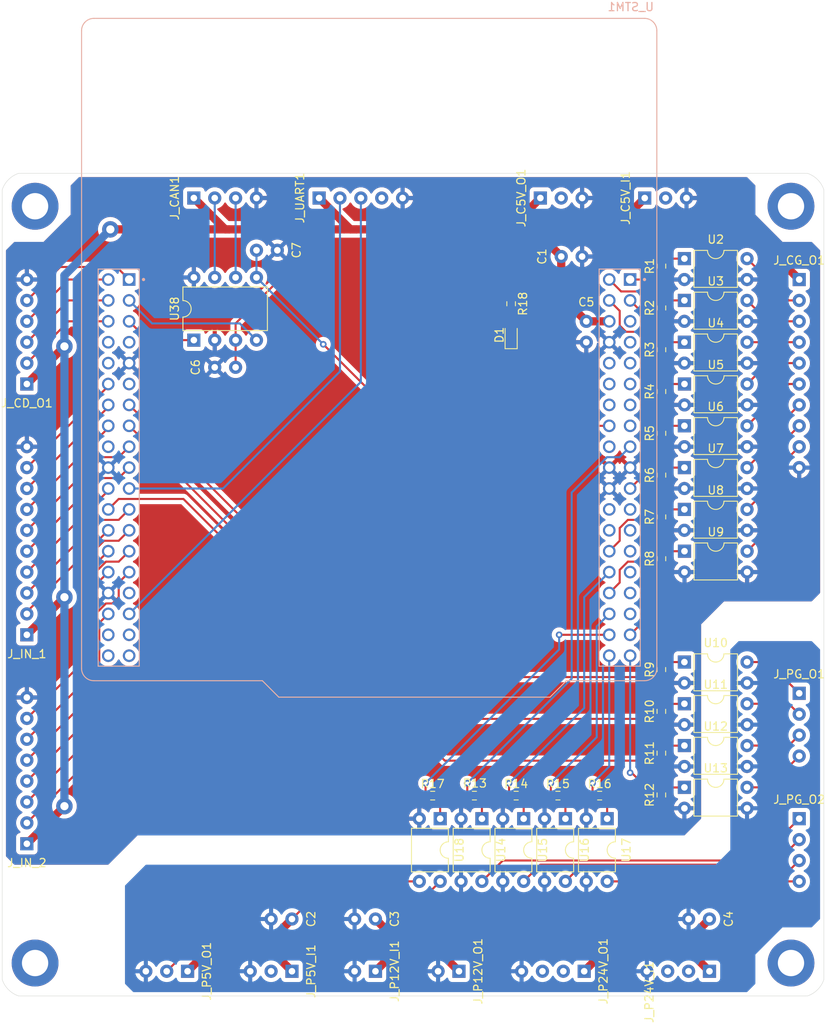
<source format=kicad_pcb>
(kicad_pcb (version 20240108) (generator "pcbnew") (generator_version "8.0")
  (layers (0 "F.Cu" signal) (31 "B.Cu" signal) (35 "F.Paste" user) (36 "B.SilkS" user "B.Silkscreen") (37 "F.SilkS" user "F.Silkscreen") (38 "B.Mask" user) (39 "F.Mask" user) (44 "Edge.Cuts" user))
  (net 0 "")
  (net 1 "5V_Vcc")
  (net 2 "5V_Vee")
  (net 3 "PWR_GND")
  (net 4 "5V_Vdd")
  (net 5 "12V_Vdd")
  (net 6 "24V_Vdd")
  (net 7 "Net-(D1-A)")
  (net 10 "Net-(J_CAN1-Pin_3)")
  (net 11 "Net-(J_CAN1-Pin_2)")
  (net 12 "Cir_D_OUT2")
  (net 13 "Cir_D_OUT3")
  (net 14 "Cir_D_OUT1")
  (net 15 "Cir_D_OUT4")
  (net 16 "Cir_G_OUT1")
  (net 17 "Cir_G_OUT2")
  (net 18 "Cir_G_OUT5")
  (net 19 "Cir_G_OUT8")
  (net 20 "Cir_G_OUT4")
  (net 21 "Cir_G_OUT7")
  (net 22 "Cir_G_OUT6")
  (net 23 "Cir_G_OUT3")
  (net 24 "IN_6")
  (net 25 "IN_8")
  (net 26 "IN_7")
  (net 27 "IN_3")
  (net 28 "IN_2")
  (net 29 "IN_1")
  (net 30 "IN_5")
  (net 31 "IN_4")
  (net 32 "IN_9")
  (net 33 "IN_11")
  (net 34 "IN_13")
  (net 35 "IN_12")
  (net 36 "IN_14")
  (net 37 "IN_10")
  (net 39 "Pwr_5V_OUT1")
  (net 44 "Pwr_G_OUT2")
  (net 45 "Pwr_G_OUT1")
  (net 46 "Pwr_G_OUT3")
  (net 47 "Pwr_G_OUT4")
  (net 48 "Pwr_G_OUT7")
  (net 49 "Pwr_G_OUT6")
  (net 50 "Pwr_G_OUT8")
  (net 51 "Pwr_G_OUT5")
  (net 52 "UART_RX")
  (net 54 "UART_TX")
  (net 55 "Cir_G_OUT1_IN")
  (net 56 "Net-(R1-Pad2)")
  (net 57 "Net-(R2-Pad2)")
  (net 58 "Cir_G_OUT2_IN")
  (net 59 "Cir_G_OUT3_IN")
  (net 60 "Net-(R3-Pad2)")
  (net 61 "Net-(R4-Pad2)")
  (net 62 "Cir_G_OUT4_IN")
  (net 63 "Net-(R5-Pad2)")
  (net 64 "Cir_G_OUT5_IN")
  (net 65 "Net-(R6-Pad2)")
  (net 66 "Cir_G_OUT6_IN")
  (net 67 "Cir_G_OUT7_IN")
  (net 68 "Net-(R7-Pad2)")
  (net 69 "Cir_G_OUT8_IN")
  (net 70 "Net-(R8-Pad2)")
  (net 71 "Pwr_G_OUT1_IN")
  (net 72 "Net-(R9-Pad2)")
  (net 73 "Net-(R10-Pad2)")
  (net 74 "Pwr_G_OUT2_IN")
  (net 75 "Pwr_G_OUT3_IN")
  (net 76 "Net-(R11-Pad2)")
  (net 77 "Pwr_G_OUT4_IN")
  (net 78 "Net-(R12-Pad2)")
  (net 79 "Net-(R13-Pad2)")
  (net 80 "Pwr_G_OUT5_IN")
  (net 81 "Net-(R14-Pad2)")
  (net 82 "Pwr_G_OUT6_IN")
  (net 83 "Net-(R15-Pad2)")
  (net 84 "Pwr_G_OUT7_IN")
  (net 85 "Pwr_G_OUT8_IN")
  (net 86 "Net-(R16-Pad2)")
  (net 87 "Net-(R17-Pad2)")
  (net 88 "Pwr_5V_OUT_IN")
  (net 89 "3V3_Vcc")
  (net 90 "CAN_TX")
  (net 91 "CAN_RX")
  (footprint "MountingHole:MountingHole_3.2mm_M3_ISO7380_Pad" (layer "F.Cu") (at 1 1)
    (property "Reference" "REF1" (hide yes))
    (property "Value" "MountingHole_3.2mm_M3_ISO7380_Pad" (hide yes))
  )
  (footprint "MountingHole:MountingHole_3.2mm_M3_ISO7380_Pad" (layer "F.Cu") (at 92.98 92.98)
    (property "Reference" "REF1" (hide yes))
    (property "Value" "MountingHole_3.2mm_M3_ISO7380_Pad" (hide yes))
  )
  (footprint "MountingHole:MountingHole_3.2mm_M3_ISO7380_Pad" (layer "F.Cu") (at 1 92.98)
    (property "Reference" "REF1" (hide yes))
    (property "Value" "MountingHole_3.2mm_M3_ISO7380_Pad" (hide yes))
  )
  (footprint "KAZAAAN:Conn_10pin" (layer "F.Cu") (at 0 53.086 180)
    (property "Reference" "J_IN_1")
    (property "Value" "NH_10p")
  )
  (footprint "KAZAAAN:Conn_4pin" (layer "F.Cu") (at 67.818 93.98 -90)
    (property "Reference" "J_P24V_O1")
    (property "Value" "NH_4p")
  )
  (footprint "Resistor_SMD:R_0603_1608Metric_Pad0.98x0.95mm_HandSolder" (layer "F.Cu") (at 77.206 67.4725 90)
    (property "Reference" "R11")
    (property "Value" "R_1608")
  )
  (footprint "Package_DIP:DIP-4_W7.62mm" (layer "F.Cu") (at 55.372 75.438 -90)
    (property "Reference" "U14")
    (property "Value" "TLP222A")
  )
  (footprint "KAZAAAN:C" (layer "F.Cu") (at 22.86 20.574 90)
    (property "Reference" "C6")
    (property "Value" "C")
  )
  (footprint "Package_DIP:DIP-4_W7.62mm" (layer "F.Cu") (at 60.452 75.438 -90)
    (property "Reference" "U15")
    (property "Value" "TLP222A")
  )
  (footprint "KAZAAAN:Conn_4pin" (layer "F.Cu") (at 93.98 75.438)
    (property "Reference" "J_PG_O2")
    (property "Value" "NH_4p")
  )
  (footprint "Package_DIP:DIP-4_W7.62mm" (layer "F.Cu") (at 80.01 71.628)
    (property "Reference" "U13")
    (property "Value" "TLP222A")
  )
  (footprint "Resistor_SMD:R_0603_1608Metric_Pad0.98x0.95mm_HandSolder" (layer "F.Cu") (at 59.5395 72.634)
    (property "Reference" "R14")
    (property "Value" "R_1608")
  )
  (footprint "Package_DIP:DIP-4_W7.62mm" (layer "F.Cu") (at 80.01 56.4)
    (property "Reference" "U10")
    (property "Value" "TLP222A")
  )
  (footprint "KAZAAAN:C" (layer "F.Cu") (at 65.024 7.112 90)
    (property "Reference" "C1")
    (property "Value" "CP")
  )
  (footprint "KAZAAAN:Conn_3pin" (layer "F.Cu") (at 32.258 93.98 -90)
    (property "Reference" "J_P5V_I1")
    (property "Value" "Conn_3p")
  )
  (footprint "Resistor_SMD:R_0603_1608Metric_Pad0.98x0.95mm_HandSolder" (layer "F.Cu") (at 64.6195 72.634)
    (property "Reference" "R15")
    (property "Value" "R_1608")
  )
  (footprint "Resistor_SMD:R_0603_1608Metric_Pad0.98x0.95mm_HandSolder" (layer "F.Cu") (at 77.206 72.5525 90)
    (property "Reference" "R12")
    (property "Value" "R_1608")
  )
  (footprint "Resistor_SMD:R_0603_1608Metric_Pad0.98x0.95mm_HandSolder" (layer "F.Cu") (at 54.4595 72.634)
    (property "Reference" "R13")
    (property "Value" "R_1608")
  )
  (footprint "Package_DIP:DIP-4_W7.62mm" (layer "F.Cu") (at 80.02 22.606)
    (property "Reference" "U5")
    (property "Value" "TLP785")
  )
  (footprint "KAZAAAN:Conn_4pin" (layer "F.Cu") (at 83.058 93.98 -90)
    (property "Reference" "J_P24V_I1")
    (property "Value" "NH_4p")
  )
  (footprint "Resistor_SMD:R_0603_1608Metric_Pad0.98x0.95mm_HandSolder" (layer "F.Cu") (at 77.216 23.5185 90)
    (property "Reference" "R4")
    (property "Value" "R_1608")
  )
  (footprint "MountingHole:MountingHole_3.2mm_M3_ISO7380_Pad" (layer "F.Cu") (at 92.98 1)
    (property "Reference" "REF1" (hide yes))
    (property "Value" "MountingHole_3.2mm_M3_ISO7380_Pad" (hide yes))
  )
  (footprint "KAZAAAN:Conn_2pin" (layer "F.Cu") (at 42.418 93.98 -90)
    (property "Reference" "J_P12V_I1")
    (property "Value" "NH_2p")
  )
  (footprint "Resistor_SMD:R_0603_1608Metric_Pad0.98x0.95mm_HandSolder" (layer "F.Cu") (at 77.216 18.4385 90)
    (property "Reference" "R3")
    (property "Value" "R_1608")
  )
  (footprint "KAZAAAN:C" (layer "F.Cu") (at 30.48 6.35 -90)
    (property "Reference" "C7")
    (property "Value" "C")
  )
  (footprint "KAZAAAN:Conn_10pin" (layer "F.Cu") (at 93.98 9.906)
    (property "Reference" "J_CG_O1")
    (property "Value" "NH_10p")
  )
  (footprint "Package_DIP:DIP-8_W7.62mm" (layer "F.Cu") (at 20.32 17.272 90)
    (property "Reference" "U38")
    (property "Value" "MCP2562-E-P")
  )
  (footprint "Resistor_SMD:R_0603_1608Metric_Pad0.98x0.95mm_HandSolder" (layer "F.Cu") (at 77.206 62.3925 90)
    (property "Reference" "R10")
    (property "Value" "R_1608")
  )
  (footprint "KAZAAAN:C" (layer "F.Cu") (at 68.072 14.986)
    (property "Reference" "C5")
    (property "Value" "C")
  )
  (footprint "KAZAAAN:Conn_4pin" (layer "F.Cu") (at 20.32 0 90)
    (property "Reference" "J_CAN1")
    (property "Value" "Conn_4p")
  )
  (footprint "KAZAAAN:Conn_3pin" (layer "F.Cu") (at 62.484 0 90)
    (property "Reference" "J_C5V_O1")
    (property "Value" "Conn_3p")
  )
  (footprint "Resistor_SMD:R_0603_1608Metric_Pad0.98x0.95mm_HandSolder" (layer "F.Cu") (at 77.216 38.7585 90)
    (property "Reference" "R7")
    (property "Value" "R_1608")
  )
  (footprint "Resistor_SMD:R_0603_1608Metric_Pad0.98x0.95mm_HandSolder" (layer "F.Cu") (at 69.6995 72.634)
    (property "Reference" "R16")
    (property "Value" "R_1608")
  )
  (footprint "Package_DIP:DIP-4_W7.62mm" (layer "F.Cu") (at 80.01 27.686)
    (property "Reference" "U6")
    (property "Value" "TLP785")
  )
  (footprint "KAZAAAN:Conn_3pin" (layer "F.Cu") (at 19.558 93.98 -90)
    (property "Reference" "J_P5V_O1")
    (property "Value" "Conn_3p")
  )
  (footprint "Resistor_SMD:R_0603_1608Metric_Pad0.98x0.95mm_HandSolder" (layer "F.Cu") (at 77.216 13.3585 90)
    (property "Reference" "R2")
    (property "Value" "R_1608")
  )
  (footprint "Resistor_SMD:R_0603_1608Metric_Pad0.98x0.95mm_HandSolder" (layer "F.Cu") (at 77.206 57.3125 90)
    (property "Reference" "R9")
    (property "Value" "R_1608")
  )
  (footprint "Resistor_SMD:R_0603_1608Metric_Pad0.98x0.95mm_HandSolder" (layer "F.Cu") (at 49.3795 72.634)
    (property "Reference" "R17")
    (property "Value" "R_1608")
  )
  (footprint "LED_SMD:LED_0603_1608Metric_Pad1.05x0.95mm_HandSolder" (layer "F.Cu") (at 58.928 16.651 90)
    (property "Reference" "D1")
    (property "Value" "LED")
  )
  (footprint "Package_DIP:DIP-4_W7.62mm" (layer "F.Cu") (at 65.532 75.438 -90)
    (property "Reference" "U16")
    (property "Value" "TLP222A")
  )
  (footprint "Resistor_SMD:R_0603_1608Metric_Pad0.98x0.95mm_HandSolder" (layer "F.Cu") (at 77.216 33.6785 90)
    (property "Reference" "R6")
    (property "Value" "R_1608")
  )
  (footprint "Resistor_SMD:R_0603_1608Metric_Pad0.98x0.95mm_HandSolder" (layer "F.Cu") (at 77.216 43.8385 90)
    (property "Reference" "R8")
    (property "Value" "R_1608")
  )
  (footprint "KAZAAAN:Conn_4pin" (layer "F.Cu") (at 93.98 60.198)
    (property "Reference" "J_PG_O1")
    (property "Value" "NH_4p")
  )
  (footprint "Package_DIP:DIP-4_W7.62mm" (layer "F.Cu") (at 80.01 66.548)
    (property "Reference" "U12")
    (property "Value" "TLP222A")
  )
  (footprint "Package_DIP:DIP-4_W7.62mm" (layer "F.Cu") (at 50.292 75.438 -90)
    (property "Reference" "U18")
    (property "Value" "TLP222A")
  )
  (footprint "KAZAAAN:C" (layer "F.Cu") (at 42.418 87.63 -90)
    (property "Reference" "C3")
    (property "Value" "CP")
  )
  (footprint "Package_DIP:DIP-4_W7.62mm" (layer "F.Cu") (at 70.612 75.438 -90)
    (property "Reference" "U17")
    (property "Value" "TLP222A")
  )
  (footprint "Resistor_SMD:R_0603_1608Metric_Pad0.98x0.95mm_HandSolder" (layer "F.Cu") (at 58.928 12.8505 -90)
    (property "Reference" "R18")
    (property "Value" "R_1608")
  )
  (footprint "Package_DIP:DIP-4_W7.62mm" (layer "F.Cu") (at 80.01 61.468)
    (property "Reference" "U11")
    (property "Value" "TLP222A")
  )
  (footprint "Package_DIP:DIP-4_W7.62mm" (layer "F.Cu") (at 80.01 32.766)
    (property "Reference" "U7")
    (property "Value" "TLP785")
  )
  (footprint "Package_DIP:DIP-4_W7.62mm" (layer "F.Cu") (at 80.01 17.526)
    (property "Reference" "U4")
    (property "Value" "TLP785")
  )
  (footprint "KAZAAAN:C" (layer "F.Cu") (at 83.058 87.63 -90)
    (property "Reference" "C4")
    (property "Value" "CP")
  )
  (footprint "Package_DIP:DIP-4_W7.62mm" (layer "F.Cu") (at 80.01 7.366)
    (property "Reference" "U2")
    (property "Value" "TLP785")
  )
  (footprint "KAZAAAN:Conn_6pin" (layer "F.Cu") (at 0 22.606 180)
    (property "Reference" "J_CD_O1")
    (property "Value" "NH_6p")
  )
  (footprint "KAZAAAN:Conn_5pin" (layer "F.Cu") (at 35.56 0 90)
    (property "Reference" "J_UART1")
    (property "Value" "NH_5p")
  )
  (footprint "KAZAAAN:Conn_8pin" (layer "F.Cu") (at 0 78.486 180)
    (property "Reference" "J_IN_2")
    (property "Value" "NH_8p")
  )
  (footprint "Resistor_SMD:R_0603_1608Metric_Pad0.98x0.95mm_HandSolder" (layer "F.Cu") (at 77.216 8.2785 90)
    (property "Reference" "R1")
    (property "Value" "R_1608")
  )
  (footprint "Resistor_SMD:R_0603_1608Metric_Pad0.98x0.95mm_HandSolder" (layer "F.Cu") (at 77.216 28.5985 90)
    (property "Reference" "R5")
    (property "Value" "R_1608")
  )
  (footprint "Package_DIP:DIP-4_W7.62mm" (layer "F.Cu") (at 80.01 37.846)
    (property "Reference" "U8")
    (property "Value" "TLP785")
  )
  (footprint "KAZAAAN:C" (layer "F.Cu") (at 32.258 87.63 -90)
    (property "Reference" "C2")
    (property "Value" "CP")
  )
  (footprint "Package_DIP:DIP-4_W7.62mm" (layer "F.Cu") (at 80.02 42.926)
    (property "Reference" "U9")
    (property "Value" "TLP785")
  )
  (footprint "KAZAAAN:Conn_2pin" (layer "F.Cu") (at 52.578 93.98 -90)
    (property "Reference" "J_P12V_O1")
    (property "Value" "NH_2p")
  )
  (footprint "KAZAAAN:Conn_3pin" (layer "F.Cu") (at 75.184 0 90)
    (property "Reference" "J_C5V_I1")
    (property "Value" "Conn_3p")
  )
  (footprint "Package_DIP:DIP-4_W7.62mm" (layer "F.Cu") (at 80.01 12.446)
    (property "Reference" "U3")
    (property "Value" "TLP785")
  )
  (footprint "NUCLEO-F446RE_LIB:MODULE_NUCLEO-F446RE" (layer "B.Cu") (at 41.656 19.416 180)
    (property "Reference" "U_STM1")
    (property "Value" "NUCLEO-F446RE")
  )
  (gr_line (start -3 -1) (end -3 94.98) (stroke (width 0.05)) (layer "Edge.Cuts"))
  (gr_line (start -1 -3) (end 94.98 -3) (stroke (width 0.05)) (layer "Edge.Cuts"))
  (gr_line (start -1 96.98) (end 94.98 96.98) (stroke (width 0.05)) (layer "Edge.Cuts"))
  (gr_line (start 96.98 -1) (end 96.98 94.98) (stroke (width 0.05)) (layer "Edge.Cuts"))
  (gr_arc (start -1 96.98) (mid -2.236068 96.216068) (end -3 94.98) (stroke (width 0.05)) (layer "Edge.Cuts"))
  (gr_arc (start 94.98 -3) (mid 96.216068 -2.236068) (end 96.98 -1) (stroke (width 0.05)) (layer "Edge.Cuts"))
  (gr_arc (start 96.98 94.98) (mid 96.216068 96.216068) (end 94.98 96.98) (stroke (width 0.05)) (layer "Edge.Cuts"))
  (gr_arc (start -3 -1) (mid -2.236068 -2.236068) (end -1 -3) (stroke (width 0.05)) (layer "Edge.Cuts"))
  (segment (start 61.722 3.81) (end 61.468 3.81) (width 1) (layer "F.Cu") (net 1))
  (segment (start 61.468 3.81) (end 71.374 3.81) (width 1) (layer "F.Cu") (net 1))
  (segment (start 40.132 3.81) (end 58.674 3.81) (width 1) (layer "F.Cu") (net 1))
  (segment (start 20.32 0) (end 24.13 3.81) (width 1) (layer "F.Cu") (net 1))
  (segment (start 58.674 3.81) (end 61.468 3.81) (width 1) (layer "F.Cu") (net 1))
  (segment (start 0 53.086) (end 4.572 48.514) (width 1) (layer "F.Cu") (net 1))
  (segment (start 24.13 3.81) (end 24.638 3.81) (width 1) (layer "F.Cu") (net 1))
  (segment (start 65.024 7.112) (end 61.722 3.81) (width 1) (layer "F.Cu") (net 1))
  (segment (start 65.024 9.906) (end 65.024 11.938) (width 1) (layer "F.Cu") (net 1))
  (segment (start 0 22.606) (end 4.572 18.034) (width 1) (layer "F.Cu") (net 1))
  (segment (start 36.83 3.81) (end 38.608 3.81) (width 0.25) (layer "F.Cu") (net 1))
  (segment (start 0 78.486) (end 4.572 73.914) (width 1) (layer "F.Cu") (net 1))
  (segment (start 10.16 3.81) (end 24.638 3.81) (width 1) (layer "F.Cu") (net 1))
  (segment (start 65.024 11.938) (end 68.072 14.986) (width 1) (layer "F.Cu") (net 1))
  (segment (start 62.992 11.938) (end 65.024 9.906) (width 0.25) (layer "F.Cu") (net 1))
  (segment (start 71.374 3.81) (end 87.884 3.81) (width 1) (layer "F.Cu") (net 1))
  (segment (start 71.374 3.81) (end 75.184 0) (width 1) (layer "F.Cu") (net 1))
  (segment (start 65.024 7.112) (end 65.024 9.906) (width 1) (layer "F.Cu") (net 1))
  (segment (start 25.4 15.24) (end 36.83 3.81) (width 0.25) (layer "F.Cu") (net 1))
  (segment (start 25.4 20.574) (end 25.4 17.272) (width 0.25) (layer "F.Cu") (net 1))
  (segment (start 39.37 3.81) (end 40.132 3.81) (width 1) (layer "F.Cu") (net 1))
  (segment (start 35.56 0) (end 39.37 3.81) (width 1) (layer "F.Cu") (net 1))
  (segment (start 24.638 3.81) (end 38.608 3.81) (width 1) (layer "F.Cu") (net 1))
  (segment (start 25.4 17.272) (end 25.4 15.24) (width 0.25) (layer "F.Cu") (net 1))
  (segment (start 87.884 3.81) (end 93.98 9.906) (width 1) (layer "F.Cu") (net 1))
  (segment (start 58.928 11.938) (end 62.992 11.938) (width 0.25) (layer "F.Cu") (net 1))
  (segment (start 70.866 14.986) (end 68.072 14.986) (width 1) (layer "F.Cu") (net 1))
  (segment (start 58.674 3.81) (end 62.484 0) (width 1) (layer "F.Cu") (net 1))
  (segment (start 38.608 3.81) (end 40.132 3.81) (width 1) (layer "F.Cu") (net 1))
  (via (at 10.16 3.81) (size 2) (drill 1) (layers "F.Cu" "B.Cu") (net 1))
  (via (at 4.572 18.034) (size 2) (drill 1) (layers "F.Cu" "B.Cu") (net 1))
  (via (at 4.572 48.514) (size 2) (drill 1) (layers "F.Cu" "B.Cu") (net 1))
  (via (at 4.572 73.914) (size 2) (drill 1) (layers "F.Cu" "B.Cu") (net 1))
  (segment (start 4.572 73.914) (end 4.572 48.514) (width 1) (layer "B.Cu") (net 1))
  (segment (start 4.572 48.514) (end 4.572 18.034) (width 1) (layer "B.Cu") (net 1))
  (segment (start 4.572 18.034) (end 4.572 9.398) (width 1) (layer "B.Cu") (net 1))
  (segment (start 4.572 9.398) (end 10.16 3.81) (width 1) (layer "B.Cu") (net 1))
  (segment (start 29.21 90.678) (end 29.21 90.932) (width 1) (layer "F.Cu") (net 4))
  (segment (start 19.558 93.98) (end 22.606 90.932) (width 1) (layer "F.Cu") (net 4))
  (segment (start 22.606 90.932) (end 29.21 90.932) (width 1) (layer "F.Cu") (net 4))
  (segment (start 35.306 84.582) (end 32.258 87.63) (width 0.25) (layer "F.Cu") (net 4))
  (segment (start 29.21 90.932) (end 32.258 93.98) (width 1) (layer "F.Cu") (net 4))
  (segment (start 48.768 84.582) (end 35.306 84.582) (width 0.25) (layer "F.Cu") (net 4))
  (segment (start 50.292 83.058) (end 48.768 84.582) (width 0.25) (layer "F.Cu") (net 4))
  (segment (start 32.258 87.63) (end 29.21 90.678) (width 1) (layer "F.Cu") (net 4))
  (segment (start 49.53 90.932) (end 45.466 90.932) (width 1) (layer "F.Cu") (net 5))
  (segment (start 45.466 90.932) (end 42.418 93.98) (width 1) (layer "F.Cu") (net 5))
  (segment (start 45.466 90.678) (end 45.466 90.932) (width 1) (layer "F.Cu") (net 5))
  (segment (start 52.578 93.98) (end 49.53 90.932) (width 1) (layer "F.Cu") (net 5))
  (segment (start 42.418 87.63) (end 45.466 90.678) (width 1) (layer "F.Cu") (net 5))
  (segment (start 83.058 93.98) (end 79.756 90.678) (width 1) (layer "F.Cu") (net 6))
  (segment (start 79.756 90.678) (end 71.12 90.678) (width 1) (layer "F.Cu") (net 6))
  (segment (start 80.01 90.678) (end 83.058 87.63) (width 1) (layer "F.Cu") (net 6))
  (segment (start 71.12 90.678) (end 67.818 93.98) (width 1) (layer "F.Cu") (net 6))
  (segment (start 79.756 90.678) (end 80.01 90.678) (width 1) (layer "F.Cu") (net 6))
  (segment (start 58.928 13.763) (end 58.928 15.776) (width 0.25) (layer "F.Cu") (net 7))
  (segment (start 25.4 9.652) (end 25.4 0) (width 0.25) (layer "B.Cu") (net 10))
  (segment (start 22.86 9.652) (end 22.86 0) (width 0.25) (layer "B.Cu") (net 11))
  (segment (start 5.08 9.906) (end 9.906 9.906) (width 0.25) (layer "F.Cu") (net 12))
  (segment (start 0 14.986) (end 5.08 9.906) (width 0.25) (layer "F.Cu") (net 12))
  (segment (start 5.08 12.446) (end 9.906 12.446) (width 0.25) (layer "F.Cu") (net 13))
  (segment (start 0 17.526) (end 5.08 12.446) (width 0.25) (layer "F.Cu") (net 13))
  (segment (start 10.922 8.382) (end 12.446 9.906) (width 0.25) (layer "F.Cu") (net 14))
  (segment (start 0 12.446) (end 4.064 8.382) (width 0.25) (layer "F.Cu") (net 14))
  (segment (start 4.064 8.382) (end 10.922 8.382) (width 0.25) (layer "F.Cu") (net 14))
  (segment (start 0 20.066) (end 5.08 14.986) (width 0.25) (layer "F.Cu") (net 15))
  (segment (start 5.08 14.986) (end 9.906 14.986) (width 0.25) (layer "F.Cu") (net 15))
  (segment (start 92.71 12.446) (end 93.98 12.446) (width 0.25) (layer "F.Cu") (net 16))
  (segment (start 87.63 7.366) (end 92.71 12.446) (width 0.25) (layer "F.Cu") (net 16))
  (segment (start 87.63 12.446) (end 90.17 14.986) (width 0.25) (layer "F.Cu") (net 17))
  (segment (start 90.17 14.986) (end 93.98 14.986) (width 0.25) (layer "F.Cu") (net 17))
  (segment (start 87.63 27.686) (end 92.71 22.606) (width 0.25) (layer "F.Cu") (net 18))
  (segment (start 92.71 22.606) (end 93.98 22.606) (width 0.25) (layer "F.Cu") (net 18))
  (segment (start 87.64 42.926) (end 91.44 39.126) (width 0.25) (layer "F.Cu") (net 19))
  (segment (start 91.44 32.766) (end 93.98 30.226) (width 0.25) (layer "F.Cu") (net 19))
  (segment (start 91.44 39.126) (end 91.44 32.766) (width 0.25) (layer "F.Cu") (net 19))
  (segment (start 87.64 22.606) (end 90.18 20.066) (width 0.25) (layer "F.Cu") (net 20))
  (segment (start 90.18 20.066) (end 93.98 20.066) (width 0.25) (layer "F.Cu") (net 20))
  (segment (start 90.678 34.798) (end 90.678 30.988) (width 0.25) (layer "F.Cu") (net 21))
  (segment (start 87.63 37.846) (end 90.678 34.798) (width 0.25) (layer "F.Cu") (net 21))
  (segment (start 90.678 30.988) (end 93.98 27.686) (width 0.25) (layer "F.Cu") (net 21))
  (segment (start 87.63 32.766) (end 89.916 30.48) (width 0.25) (layer "F.Cu") (net 22))
  (segment (start 89.916 29.21) (end 93.98 25.146) (width 0.25) (layer "F.Cu") (net 22))
  (segment (start 89.916 30.48) (end 89.916 29.21) (width 0.25) (layer "F.Cu") (net 22))
  (segment (start 87.63 17.526) (end 93.98 17.526) (width 0.25) (layer "F.Cu") (net 23))
  (segment (start 0 45.466) (end 9.906 35.56) (width 0.25) (layer "F.Cu") (net 24))
  (segment (start 9.906 35.56) (end 9.906 35.306) (width 0.25) (layer "F.Cu") (net 24))
  (segment (start 0 50.546) (end 0 50.292) (width 0.25) (layer "F.Cu") (net 25))
  (segment (start 0 50.292) (end 9.906 40.386) (width 0.25) (layer "F.Cu") (net 25))
  (segment (start 0 48.006) (end 8.89 39.116) (width 0.25) (layer "F.Cu") (net 26))
  (segment (start 11.176 39.116) (end 12.446 37.846) (width 0.25) (layer "F.Cu") (net 26))
  (segment (start 8.89 39.116) (end 11.176 39.116) (width 0.25) (layer "F.Cu") (net 26))
  (segment (start 0 37.846) (end 9.906 27.94) (width 0.25) (layer "F.Cu") (net 27))
  (segment (start 9.906 27.94) (end 9.906 27.686) (width 0.25) (layer "F.Cu") (net 27))
  (segment (start 0 35.306) (end 9.906 25.4) (width 0.25) (layer "F.Cu") (net 28))
  (segment (start 9.906 25.4) (end 9.906 25.146) (width 0.25) (layer "F.Cu") (net 28))
  (segment (start 9.906 22.86) (end 9.906 22.606) (width 0.25) (layer "F.Cu") (net 29))
  (segment (start 0 32.766) (end 9.906 22.86) (width 0.25) (layer "F.Cu") (net 29))
  (segment (start 11.176 34.036) (end 12.446 32.766) (width 0.25) (layer "F.Cu") (net 30))
  (segment (start 8.89 34.036) (end 11.176 34.036) (width 0.25) (layer "F.Cu") (net 30))
  (segment (start 0 42.926) (end 8.89 34.036) (width 0.25) (layer "F.Cu") (net 30))
  (segment (start 8.89 31.496) (end 11.176 31.496) (width 0.25) (layer "F.Cu") (net 31))
  (segment (start 0 40.386) (end 8.89 31.496) (width 0.25) (layer "F.Cu") (net 31))
  (segment (start 11.176 31.496) (end 12.446 30.226) (width 0.25) (layer "F.Cu") (net 31))
  (segment (start 6.566 44.488) (end 9.398 41.656) (width 0.25) (layer "F.Cu") (net 32))
  (segment (start 0 63.246) (end 6.566 56.68) (width 0.25) (layer "F.Cu") (net 32))
  (segment (start 9.398 41.656) (end 11.176 41.656) (width 0.25) (layer "F.Cu") (net 32))
  (segment (start 11.176 41.656) (end 12.446 40.386) (width 0.25) (layer "F.Cu") (net 32))
  (segment (start 6.566 56.68) (end 6.566 44.488) (width 0.25) (layer "F.Cu") (net 32))
  (segment (start 7.466 60.86) (end 7.466 46.364506) (width 0.25) (layer "F.Cu") (net 33))
  (segment (start 0 68.326) (end 7.466 60.86) (width 0.25) (layer "F.Cu") (net 33))
  (segment (start 11.176 44.196) (end 12.446 42.926) (width 0.25) (layer "F.Cu") (net 33))
  (segment (start 8.373253 45.457253) (end 9.634507 44.196) (width 0.25) (layer "F.Cu") (net 33))
  (segment (start 7.466 46.364506) (end 8.373253 45.457253) (width 0.25) (layer "F.Cu") (net 33))
  (segment (start 7.916 45.914507) (end 8.373253 45.457253) (width 0.25) (layer "F.Cu") (net 33))
  (segment (start 9.634507 44.196) (end 11.176 44.196) (width 0.25) (layer "F.Cu") (net 33))
  (segment (start 11.176 46.736) (end 12.446 45.466) (width 0.25) (layer "F.Cu") (net 34))
  (segment (start 11.176 48.514) (end 11.176 46.736) (width 0.25) (layer "F.Cu") (net 34))
  (segment (start 0 73.406) (end 8.366 65.04) (width 0.25) (layer "F.Cu") (net 34))
  (segment (start 10.414 49.276) (end 11.176 48.514) (width 0.25) (layer "F.Cu") (net 34))
  (segment (start 8.366 65.04) (end 8.366 50.544507) (width 0.25) (layer "F.Cu") (net 34))
  (segment (start 8.366 50.544507) (end 9.634507 49.276) (width 0.25) (layer "F.Cu") (net 34))
  (segment (start 9.634507 49.276) (end 10.414 49.276) (width 0.25) (layer "F.Cu") (net 34))
  (segment (start 7.916 62.95) (end 7.916 47.456) (width 0.25) (layer "F.Cu") (net 35))
  (segment (start 7.916 47.456) (end 9.906 45.466) (width 0.25) (layer "F.Cu") (net 35))
  (segment (start 0 70.866) (end 7.916 62.95) (width 0.25) (layer "F.Cu") (net 35))
  (segment (start 8.816 67.13) (end 8.816 51.636) (width 0.25) (layer "F.Cu") (net 36))
  (segment (start 8.816 51.636) (end 9.906 50.546) (width 0.25) (layer "F.Cu") (net 36))
  (segment (start 0 75.946) (end 8.816 67.13) (width 0.25) (layer "F.Cu") (net 36))
  (segment (start 0 65.786) (end 7.016 58.77) (width 0.25) (layer "F.Cu") (net 37))
  (segment (start 7.016 58.77) (end 7.016 45.816) (width 0.25) (layer "F.Cu") (net 37))
  (segment (start 7.016 45.816) (end 9.906 42.926) (width 0.25) (layer "F.Cu") (net 37))
  (segment (start 47.752 83.058) (end 27.94 83.058) (width 0.25) (layer "F.Cu") (net 39))
  (segment (start 27.94 83.058) (end 17.018 93.98) (width 0.25) (layer "F.Cu") (net 39))
  (segment (start 92.71 61.468) (end 93.98 62.738) (width 0.25) (layer "F.Cu") (net 44))
  (segment (start 87.63 61.468) (end 92.71 61.468) (width 0.25) (layer "F.Cu") (net 44))
  (segment (start 87.63 56.4) (end 90.182 56.4) (width 0.25) (layer "F.Cu") (net 45))
  (segment (start 90.182 56.4) (end 93.98 60.198) (width 0.25) (layer "F.Cu") (net 45))
  (segment (start 92.71 66.548) (end 93.98 65.278) (width 0.25) (layer "F.Cu") (net 46))
  (segment (start 87.63 66.548) (end 92.71 66.548) (width 0.25) (layer "F.Cu") (net 46))
  (segment (start 90.17 71.628) (end 93.98 67.818) (width 0.25) (layer "F.Cu") (net 47))
  (segment (start 87.63 71.628) (end 90.17 71.628) (width 0.25) (layer "F.Cu") (net 47))
  (segment (start 65.532 83.058) (end 67.056 81.534) (width 0.25) (layer "F.Cu") (net 48))
  (segment (start 92.964 81.534) (end 93.98 80.518) (width 0.25) (layer "F.Cu") (net 48))
  (segment (start 67.056 81.534) (end 92.964 81.534) (width 0.25) (layer "F.Cu") (net 48))
  (segment (start 62.484 81.026) (end 90.932 81.026) (width 0.25) (layer "F.Cu") (net 49))
  (segment (start 90.932 81.026) (end 93.98 77.978) (width 0.25) (layer "F.Cu") (net 49))
  (segment (start 60.452 83.058) (end 62.484 81.026) (width 0.25) (layer "F.Cu") (net 49))
  (segment (start 70.612 83.058) (end 93.98 83.058) (width 0.25) (layer "F.Cu") (net 50))
  (segment (start 88.9 80.518) (end 93.98 75.438) (width 0.25) (layer "F.Cu") (net 51))
  (segment (start 55.372 83.058) (end 57.912 80.518) (width 0.25) (layer "F.Cu") (net 51))
  (segment (start 57.912 80.518) (end 88.9 80.518) (width 0.25) (layer "F.Cu") (net 51))
  (segment (start 12.446 50.546) (end 40.64 22.352) (width 0.25) (layer "B.Cu") (net 52))
  (segment (start 40.64 22.352) (end 40.64 0) (width 0.25) (layer "B.Cu") (net 52))
  (segment (start 23.876 35.306) (end 38.1 21.082) (width 0.25) (layer "B.Cu") (net 54))
  (segment (start 38.1 21.082) (end 38.1 0) (width 0.25) (layer "B.Cu") (net 54))
  (segment (start 12.446 35.306) (end 23.876 35.306) (width 0.25) (layer "B.Cu") (net 54))
  (segment (start 76.501 9.906) (end 77.216 9.191) (width 0.25) (layer "F.Cu") (net 55))
  (segment (start 73.406 9.906) (end 76.501 9.906) (width 0.25) (layer "F.Cu") (net 55))
  (segment (start 77.216 7.366) (end 80.01 7.366) (width 0.25) (layer "F.Cu") (net 56))
  (segment (start 77.216 12.446) (end 80.01 12.446) (width 0.25) (layer "F.Cu") (net 57))
  (segment (start 72.316 11.356) (end 74.301 11.356) (width 0.25) (layer "F.Cu") (net 58))
  (segment (start 74.301 11.356) (end 77.216 14.271) (width 0.25) (layer "F.Cu") (net 58))
  (segment (start 70.866 9.906) (end 72.316 11.356) (width 0.25) (layer "F.Cu") (net 58))
  (segment (start 73.406 12.446) (end 75.946 14.986) (width 0.25) (layer "F.Cu") (net 59))
  (segment (start 75.946 18.081) (end 77.216 19.351) (width 0.25) (layer "F.Cu") (net 59))
  (segment (start 75.946 14.986) (end 75.946 18.081) (width 0.25) (layer "F.Cu") (net 59))
  (segment (start 77.216 17.526) (end 80.01 17.526) (width 0.25) (layer "F.Cu") (net 60))
  (segment (start 77.216 22.606) (end 80.02 22.606) (width 0.25) (layer "F.Cu") (net 61))
  (segment (start 75.496 22.711) (end 77.216 24.431) (width 0.25) (layer "F.Cu") (net 62))
  (segment (start 72.898 16.256) (end 74.676 16.256) (width 0.25) (layer "F.Cu") (net 62))
  (segment (start 74.676 16.256) (end 75.496 17.076) (width 0.25) (layer "F.Cu") (net 62))
  (segment (start 70.866 12.446) (end 72.136 13.716) (width 0.25) (layer "F.Cu") (net 62))
  (segment (start 72.136 15.494) (end 72.898 16.256) (width 0.25) (layer "F.Cu") (net 62))
  (segment (start 75.496 17.076) (end 75.496 22.711) (width 0.25) (layer "F.Cu") (net 62))
  (segment (start 72.136 13.716) (end 72.136 15.494) (width 0.25) (layer "F.Cu") (net 62))
  (segment (start 77.216 27.686) (end 80.01 27.686) (width 0.25) (layer "F.Cu") (net 63))
  (segment (start 75.946 32.766) (end 75.946 30.781) (width 0.25) (layer "F.Cu") (net 64))
  (segment (start 73.406 35.306) (end 75.946 32.766) (width 0.25) (layer "F.Cu") (net 64))
  (segment (start 75.946 30.781) (end 77.216 29.511) (width 0.25) (layer "F.Cu") (net 64))
  (segment (start 77.216 32.766) (end 80.01 32.766) (width 0.25) (layer "F.Cu") (net 65))
  (segment (start 72.136 41.656) (end 70.866 42.926) (width 0.25) (layer "F.Cu") (net 66))
  (segment (start 75.946 35.814) (end 75.946 37.592) (width 0.25) (layer "F.Cu") (net 66))
  (segment (start 75.946 37.592) (end 74.422 39.116) (width 0.25) (layer "F.Cu") (net 66))
  (segment (start 73.134507 39.116) (end 72.136 40.114507) (width 0.25) (layer "F.Cu") (net 66))
  (segment (start 72.136 40.114507) (end 72.136 41.656) (width 0.25) (layer "F.Cu") (net 66))
  (segment (start 77.169 34.591) (end 75.946 35.814) (width 0.25) (layer "F.Cu") (net 66))
  (segment (start 77.216 34.591) (end 77.169 34.591) (width 0.25) (layer "F.Cu") (net 66))
  (segment (start 74.422 39.116) (end 73.134507 39.116) (width 0.25) (layer "F.Cu") (net 66))
  (segment (start 72.136 46.736) (end 72.136 45.194507) (width 0.25) (layer "F.Cu") (net 67))
  (segment (start 72.136 45.194507) (end 73.134507 44.196) (width 0.25) (layer "F.Cu") (net 67))
  (segment (start 70.866 48.006) (end 72.136 46.736) (width 0.25) (layer "F.Cu") (net 67))
  (segment (start 75.946 40.941) (end 77.216 39.671) (width 0.25) (layer "F.Cu") (net 67))
  (segment (start 75.946 42.672) (end 75.946 40.941) (width 0.25) (layer "F.Cu") (net 67))
  (segment (start 74.422 44.196) (end 75.946 42.672) (width 0.25) (layer "F.Cu") (net 67))
  (segment (start 73.134507 44.196) (end 74.422 44.196) (width 0.25) (layer "F.Cu") (net 67))
  (segment (start 77.216 37.846) (end 80.01 37.846) (width 0.25) (layer "F.Cu") (net 68))
  (segment (start 77.169 44.751) (end 75.946 45.974) (width 0.25) (layer "F.Cu") (net 69))
  (segment (start 75.946 45.974) (end 75.946 50.546) (width 0.25) (layer "F.Cu") (net 69))
  (segment (start 77.216 44.751) (end 77.169 44.751) (width 0.25) (layer "F.Cu") (net 69))
  (segment (start 75.946 50.546) (end 73.406 53.086) (width 0.25) (layer "F.Cu") (net 69))
  (segment (start 77.216 42.926) (end 80.02 42.926) (width 0.25) (layer "F.Cu") (net 70))
  (segment (start 45.525 58.225) (end 77.206 58.225) (width 0.25) (layer "F.Cu") (net 71))
  (segment (start 12.446 25.146) (end 45.525 58.225) (width 0.25) (layer "F.Cu") (net 71))
  (segment (start 77.206 56.4) (end 80.01 56.4) (width 0.25) (layer "F.Cu") (net 72))
  (segment (start 79.998 61.48) (end 80.01 61.468) (width 0.25) (layer "F.Cu") (net 73))
  (segment (start 77.206 61.48) (end 79.998 61.48) (width 0.25) (layer "F.Cu") (net 73))
  (segment (start 48.065 63.305) (end 77.206 63.305) (width 0.25) (layer "F.Cu") (net 74))
  (segment (start 12.446 27.686) (end 48.065 63.305) (width 0.25) (layer "F.Cu") (net 74))
  (segment (start 50.859 68.385) (end 77.206 68.385) (width 0.25) (layer "F.Cu") (net 75))
  (segment (start 9.906 37.846) (end 11.176 36.576) (width 0.25) (layer "F.Cu") (net 75))
  (segment (start 11.176 36.576) (end 19.05 36.576) (width 0.25) (layer "F.Cu") (net 75))
  (segment (start 19.05 36.576) (end 50.859 68.385) (width 0.25) (layer "F.Cu") (net 75))
  (segment (start 77.206 66.56) (end 79.998 66.56) (width 0.25) (layer "F.Cu") (net 76))
  (segment (start 79.998 66.56) (end 80.01 66.548) (width 0.25) (layer "F.Cu") (net 76))
  (segment (start 77.206 73.465) (end 73.591 69.85) (width 0.25) (layer "F.Cu") (net 77))
  (segment (start 73.591 69.85) (end 73.406 69.85) (width 0.25) (layer "F.Cu") (net 77))
  (via (at 73.406 69.85) (size 0.8) (drill 0.4) (layers "F.Cu" "B.Cu") (net 77))
  (segment (start 73.406 55.626) (end 73.406 69.85) (width 0.25) (layer "B.Cu") (net 77))
  (segment (start 79.998 71.64) (end 80.01 71.628) (width 0.25) (layer "F.Cu") (net 78))
  (segment (start 77.206 71.64) (end 79.998 71.64) (width 0.25) (layer "F.Cu") (net 78))
  (segment (start 55.372 72.634) (end 55.372 75.438) (width 0.25) (layer "F.Cu") (net 79))
  (segment (start 53.594 71.12) (end 53.594 72.587) (width 0.25) (layer "F.Cu") (net 80))
  (segment (start 53.594 72.587) (end 53.547 72.634) (width 0.25) (layer "F.Cu") (net 80))
  (via (at 53.594 71.12) (size 0.8) (drill 0.4) (layers "F.Cu" "B.Cu") (net 80))
  (segment (start 66.294 35.796507) (end 66.294 58.42) (width 0.25) (layer "B.Cu") (net 80))
  (segment (start 73.406 30.226) (end 72.136 31.496) (width 0.25) (layer "B.Cu") (net 80))
  (segment (start 66.294 58.42) (end 53.594 71.12) (width 0.25) (layer "B.Cu") (net 80))
  (segment (start 72.136 31.496) (end 70.594507 31.496) (width 0.25) (layer "B.Cu") (net 80))
  (segment (start 70.594507 31.496) (end 66.294 35.796507) (width 0.25) (layer "B.Cu") (net 80))
  (segment (start 60.452 75.438) (end 60.452 72.634) (width 0.25) (layer "F.Cu") (net 81))
  (segment (start 58.674 72.587) (end 58.627 72.634) (width 0.25) (layer "F.Cu") (net 82))
  (segment (start 58.674 71.12) (end 58.674 72.587) (width 0.25) (layer "F.Cu") (net 82))
  (via (at 58.674 71.12) (size 0.8) (drill 0.4) (layers "F.Cu" "B.Cu") (net 82))
  (segment (start 67.818 61.976) (end 58.674 71.12) (width 0.25) (layer "B.Cu") (net 82))
  (segment (start 67.818 48.514) (end 67.818 61.976) (width 0.25) (layer "B.Cu") (net 82))
  (segment (start 70.866 45.466) (end 67.818 48.514) (width 0.25) (layer "B.Cu") (net 82))
  (segment (start 65.532 72.634) (end 65.532 75.438) (width 0.25) (layer "F.Cu") (net 83))
  (segment (start 63.754 71.12) (end 63.754 72.587) (width 0.25) (layer "F.Cu") (net 84))
  (segment (start 63.754 72.587) (end 63.707 72.634) (width 0.25) (layer "F.Cu") (net 84))
  (via (at 63.754 71.12) (size 0.8) (drill 0.4) (layers "F.Cu" "B.Cu") (net 84))
  (segment (start 69.342 65.532) (end 63.754 71.12) (width 0.25) (layer "B.Cu") (net 84))
  (segment (start 69.342 52.07) (end 69.342 65.532) (width 0.25) (layer "B.Cu") (net 84))
  (segment (start 70.866 50.546) (end 69.342 52.07) (width 0.25) (layer "B.Cu") (net 84))
  (segment (start 68.834 72.587) (end 68.787 72.634) (width 0.25) (layer "F.Cu") (net 85))
  (segment (start 68.834 71.12) (end 68.834 72.587) (width 0.25) (layer "F.Cu") (net 85))
  (via (at 68.834 71.12) (size 0.8) (drill 0.4) (layers "F.Cu" "B.Cu") (net 85))
  (segment (start 70.866 55.626) (end 70.866 69.088) (width 0.25) (layer "B.Cu") (net 85))
  (segment (start 70.866 69.088) (end 68.834 71.12) (width 0.25) (layer "B.Cu") (net 85))
  (segment (start 70.612 75.438) (end 70.612 72.634) (width 0.25) (layer "F.Cu") (net 86))
  (segment (start 50.292 75.438) (end 50.292 72.634) (width 0.25) (layer "F.Cu") (net 87))
  (segment (start 48.514 71.12) (end 48.514 72.587) (width 0.25) (layer "F.Cu") (net 88))
  (segment (start 48.514 72.587) (end 48.467 72.634) (width 0.25) (layer "F.Cu") (net 88))
  (segment (start 70.866 53.086) (end 64.77 53.086) (width 0.25) (layer "F.Cu") (net 88))
  (via (at 64.77 53.086) (size 0.8) (drill 0.4) (layers "F.Cu" "B.Cu") (net 88))
  (via (at 48.514 71.12) (size 0.8) (drill 0.4) (layers "F.Cu" "B.Cu") (net 88))
  (segment (start 64.77 54.356) (end 64.77 54.864) (width 0.25) (layer "B.Cu") (net 88))
  (segment (start 64.77 54.864) (end 48.514 71.12) (width 0.25) (layer "B.Cu") (net 88))
  (segment (start 64.77 53.086) (end 64.77 54.356) (width 0.25) (layer "B.Cu") (net 88))
  (segment (start 45.974 27.686) (end 70.866 27.686) (width 0.25) (layer "F.Cu") (net 89))
  (segment (start 36.068 17.78) (end 45.974 27.686) (width 0.25) (layer "F.Cu") (net 89))
  (via (at 36.068 17.78) (size 0.8) (drill 0.4) (layers "F.Cu" "B.Cu") (net 89))
  (segment (start 27.94 9.652) (end 36.068 17.78) (width 0.25) (layer "B.Cu") (net 89))
  (segment (start 27.94 9.652) (end 27.94 6.35) (width 0.25) (layer "B.Cu") (net 89))
  (segment (start 20.32 17.272) (end 14.732 17.272) (width 0.25) (layer "F.Cu") (net 90))
  (segment (start 14.732 17.272) (end 12.446 14.986) (width 0.25) (layer "F.Cu") (net 90))
  (segment (start 25.908 15.24) (end 27.94 17.272) (width 0.25) (layer "B.Cu") (net 91))
  (segment (start 15.24 15.24) (end 25.908 15.24) (width 0.25) (layer "B.Cu") (net 91))
  (segment (start 12.446 12.446) (end 15.24 15.24) (width 0.25) (layer "B.Cu") (net 91))
  (zone (net 2) (net_name "5V_Vee") (layers "F&B.Cu") (name "PGND") (priority 1) (connect_pads (clearance 0.508)) (min_thickness 0.25) (fill yes (thermal_gap 0.5) (thermal_bridge_width 0.5))
    (polygon (pts (xy -2.54 80.01) (xy -1.524 81.026) (xy 9.906 81.026) (xy 13.462 77.47) (xy 80.01 77.47) (xy 82.042 75.438) (xy 82.042 51.816) (xy 84.836 49.022) (xy 95.504 49.022) (xy 96.52 48.006) (xy 96.52 6.35) (xy 95.504 5.334) (xy 91.948 5.334) (xy 88.646 2.032) (xy 88.646 2.032) (xy 88.646 -1.524) (xy 87.63 -2.54) (xy 6.35 -2.54) (xy 5.334 -1.524) (xy 5.334 2.032) (xy 5.334 2.032) (xy 2.032 5.334) (xy -1.524 5.334) (xy -2.54 6.35)))
  )
  (zone (net 3) (net_name "PWR_GND") (layer "B.Cu") (name "PGND") (connect_pads (clearance 0.508)) (min_thickness 0.25) (fill yes (thermal_gap 0.5) (thermal_bridge_width 0.5) (island_removal_mode 1) (island_area_min 10))
    (polygon (pts (xy 11.938 95.504) (xy 12.954 96.52) (xy 87.63 96.52) (xy 88.646 95.504) (xy 88.646 91.948) (xy 91.948 88.646) (xy 95.504 88.646) (xy 96.52 87.63) (xy 96.52 71.12) (xy 96.52 62.484) (xy 96.52 54.864) (xy 95.504 53.848) (xy 86.614 53.848) (xy 85.598 54.864) (xy 85.598 79.248) (xy 83.82 81.026) (xy 14.478 81.026) (xy 11.938 83.566)))
  )
)
</source>
